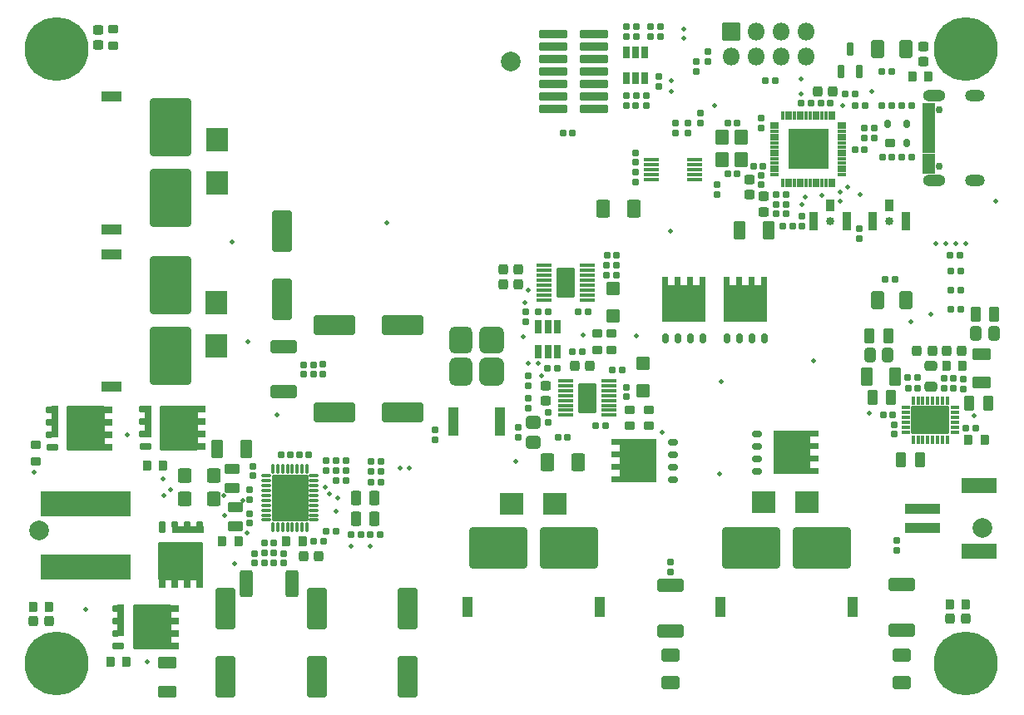
<source format=gbr>
%TF.GenerationSoftware,KiCad,Pcbnew,8.0.5*%
%TF.CreationDate,2024-12-17T17:43:05+01:00*%
%TF.ProjectId,ElonMux,456c6f6e-4d75-4782-9e6b-696361645f70,1.1*%
%TF.SameCoordinates,Original*%
%TF.FileFunction,Soldermask,Top*%
%TF.FilePolarity,Negative*%
%FSLAX46Y46*%
G04 Gerber Fmt 4.6, Leading zero omitted, Abs format (unit mm)*
G04 Created by KiCad (PCBNEW 8.0.5) date 2024-12-17 17:43:05*
%MOMM*%
%LPD*%
G01*
G04 APERTURE LIST*
G04 Aperture macros list*
%AMRoundRect*
0 Rectangle with rounded corners*
0 $1 Rounding radius*
0 $2 $3 $4 $5 $6 $7 $8 $9 X,Y pos of 4 corners*
0 Add a 4 corners polygon primitive as box body*
4,1,4,$2,$3,$4,$5,$6,$7,$8,$9,$2,$3,0*
0 Add four circle primitives for the rounded corners*
1,1,$1+$1,$2,$3*
1,1,$1+$1,$4,$5*
1,1,$1+$1,$6,$7*
1,1,$1+$1,$8,$9*
0 Add four rect primitives between the rounded corners*
20,1,$1+$1,$2,$3,$4,$5,0*
20,1,$1+$1,$4,$5,$6,$7,0*
20,1,$1+$1,$6,$7,$8,$9,0*
20,1,$1+$1,$8,$9,$2,$3,0*%
%AMFreePoly0*
4,1,17,2.675000,1.605000,1.875000,1.605000,1.875000,0.935000,2.675000,0.935000,2.675000,0.335000,1.875000,0.335000,1.875000,-0.335000,2.675000,-0.335000,2.675000,-0.935000,1.875000,-0.935000,1.875000,-1.605000,2.675000,-1.605000,2.675000,-2.205000,-1.875000,-2.205000,-1.875000,2.205000,2.675000,2.205000,2.675000,1.605000,2.675000,1.605000,$1*%
G04 Aperture macros list end*
%ADD10C,0.010000*%
%ADD11RoundRect,0.165000X0.165000X0.195000X-0.165000X0.195000X-0.165000X-0.195000X0.165000X-0.195000X0*%
%ADD12RoundRect,0.165000X-0.165000X-0.195000X0.165000X-0.195000X0.165000X0.195000X-0.165000X0.195000X0*%
%ADD13RoundRect,0.160000X-0.160000X-0.210000X0.160000X-0.210000X0.160000X0.210000X-0.160000X0.210000X0*%
%ADD14RoundRect,0.250000X-0.275000X0.250000X-0.275000X-0.250000X0.275000X-0.250000X0.275000X0.250000X0*%
%ADD15RoundRect,0.175000X0.175000X-0.537500X0.175000X0.537500X-0.175000X0.537500X-0.175000X-0.537500X0*%
%ADD16RoundRect,0.275000X0.275000X0.500000X-0.275000X0.500000X-0.275000X-0.500000X0.275000X-0.500000X0*%
%ADD17C,0.499800*%
%ADD18C,2.000000*%
%ADD19RoundRect,0.270409X0.392091X1.104591X-0.392091X1.104591X-0.392091X-1.104591X0.392091X-1.104591X0*%
%ADD20RoundRect,0.271739X0.678261X-0.353261X0.678261X0.353261X-0.678261X0.353261X-0.678261X-0.353261X0*%
%ADD21RoundRect,0.160000X-0.210000X0.160000X-0.210000X-0.160000X0.210000X-0.160000X0.210000X0.160000X0*%
%ADD22RoundRect,0.425000X2.550000X1.700000X-2.550000X1.700000X-2.550000X-1.700000X2.550000X-1.700000X0*%
%ADD23RoundRect,0.050000X0.450000X1.000000X-0.450000X1.000000X-0.450000X-1.000000X0.450000X-1.000000X0*%
%ADD24RoundRect,0.425000X1.700000X-2.550000X1.700000X2.550000X-1.700000X2.550000X-1.700000X-2.550000X0*%
%ADD25RoundRect,0.100000X0.950000X-0.400000X0.950000X0.400000X-0.950000X0.400000X-0.950000X-0.400000X0*%
%ADD26RoundRect,0.160000X0.160000X0.210000X-0.160000X0.210000X-0.160000X-0.210000X0.160000X-0.210000X0*%
%ADD27C,0.750000*%
%ADD28O,2.304000X1.204000*%
%ADD29O,2.004000X1.204000*%
%ADD30FreePoly0,90.000000*%
%ADD31RoundRect,0.150000X0.150000X-0.325000X0.150000X0.325000X-0.150000X0.325000X-0.150000X-0.325000X0*%
%ADD32RoundRect,0.172500X-0.172500X-0.197500X0.172500X-0.197500X0.172500X0.197500X-0.172500X0.197500X0*%
%ADD33RoundRect,0.225000X0.300000X-0.225000X0.300000X0.225000X-0.300000X0.225000X-0.300000X-0.225000X0*%
%ADD34RoundRect,0.269231X-0.430769X-0.655769X0.430769X-0.655769X0.430769X0.655769X-0.430769X0.655769X0*%
%ADD35RoundRect,0.250000X0.250000X0.275000X-0.250000X0.275000X-0.250000X-0.275000X0.250000X-0.275000X0*%
%ADD36RoundRect,0.165000X-0.195000X0.165000X-0.195000X-0.165000X0.195000X-0.165000X0.195000X0.165000X0*%
%ADD37RoundRect,0.087500X0.400000X0.087500X-0.400000X0.087500X-0.400000X-0.087500X0.400000X-0.087500X0*%
%ADD38RoundRect,0.087500X0.087500X0.400000X-0.087500X0.400000X-0.087500X-0.400000X0.087500X-0.400000X0*%
%ADD39RoundRect,0.050000X1.800000X2.300000X-1.800000X2.300000X-1.800000X-2.300000X1.800000X-2.300000X0*%
%ADD40RoundRect,0.050000X0.300000X0.625000X-0.300000X0.625000X-0.300000X-0.625000X0.300000X-0.625000X0*%
%ADD41RoundRect,0.263158X-1.861842X-0.736842X1.861842X-0.736842X1.861842X0.736842X-1.861842X0.736842X0*%
%ADD42RoundRect,0.225000X0.225000X0.300000X-0.225000X0.300000X-0.225000X-0.300000X0.225000X-0.300000X0*%
%ADD43RoundRect,0.050000X1.075000X1.100000X-1.075000X1.100000X-1.075000X-1.100000X1.075000X-1.100000X0*%
%ADD44RoundRect,0.270833X0.479167X-0.379167X0.479167X0.379167X-0.479167X0.379167X-0.479167X-0.379167X0*%
%ADD45C,0.900000*%
%ADD46C,6.500000*%
%ADD47RoundRect,0.050000X-0.700000X0.150000X-0.700000X-0.150000X0.700000X-0.150000X0.700000X0.150000X0*%
%ADD48RoundRect,0.100000X0.400000X0.950000X-0.400000X0.950000X-0.400000X-0.950000X0.400000X-0.950000X0*%
%ADD49RoundRect,0.050000X-1.100000X1.075000X-1.100000X-1.075000X1.100000X-1.075000X1.100000X1.075000X0*%
%ADD50RoundRect,0.160000X0.210000X-0.160000X0.210000X0.160000X-0.210000X0.160000X-0.210000X-0.160000X0*%
%ADD51C,0.850000*%
%ADD52RoundRect,0.050000X0.400000X0.850000X-0.400000X0.850000X-0.400000X-0.850000X0.400000X-0.850000X0*%
%ADD53RoundRect,0.050000X0.400000X0.550000X-0.400000X0.550000X-0.400000X-0.550000X0.400000X-0.550000X0*%
%ADD54RoundRect,0.275000X-0.500000X0.275000X-0.500000X-0.275000X0.500000X-0.275000X0.500000X0.275000X0*%
%ADD55RoundRect,0.102000X0.550000X-0.650000X0.550000X0.650000X-0.550000X0.650000X-0.550000X-0.650000X0*%
%ADD56RoundRect,0.050000X-4.500000X1.250000X-4.500000X-1.250000X4.500000X-1.250000X4.500000X1.250000X0*%
%ADD57RoundRect,0.271739X-0.678261X0.353261X-0.678261X-0.353261X0.678261X-0.353261X0.678261X0.353261X0*%
%ADD58RoundRect,0.274390X0.288110X0.475610X-0.288110X0.475610X-0.288110X-0.475610X0.288110X-0.475610X0*%
%ADD59RoundRect,0.268750X-0.268750X-0.481250X0.268750X-0.481250X0.268750X0.481250X-0.268750X0.481250X0*%
%ADD60RoundRect,0.050000X-0.250000X0.250000X-0.250000X-0.250000X0.250000X-0.250000X0.250000X0.250000X0*%
%ADD61RoundRect,0.050000X-0.300000X-1.600000X0.300000X-1.600000X0.300000X1.600000X-0.300000X1.600000X0*%
%ADD62RoundRect,0.050000X-0.550000X0.250000X-0.550000X-0.250000X0.550000X-0.250000X0.550000X0.250000X0*%
%ADD63RoundRect,0.050000X-0.400000X0.300000X-0.400000X-0.300000X0.400000X-0.300000X0.400000X0.300000X0*%
%ADD64RoundRect,0.050000X-1.875000X-2.205000X1.875000X-2.205000X1.875000X2.205000X-1.875000X2.205000X0*%
%ADD65RoundRect,0.275000X-0.275000X-0.500000X0.275000X-0.500000X0.275000X0.500000X-0.275000X0.500000X0*%
%ADD66RoundRect,0.250000X0.275000X-0.250000X0.275000X0.250000X-0.275000X0.250000X-0.275000X-0.250000X0*%
%ADD67RoundRect,0.225000X-0.225000X-0.300000X0.225000X-0.300000X0.225000X0.300000X-0.225000X0.300000X0*%
%ADD68RoundRect,0.050000X1.875000X-1.375000X1.875000X1.375000X-1.875000X1.375000X-1.875000X-1.375000X0*%
%ADD69RoundRect,0.050000X0.400000X-0.150000X0.400000X0.150000X-0.400000X0.150000X-0.400000X-0.150000X0*%
%ADD70RoundRect,0.050000X0.150000X0.400000X-0.150000X0.400000X-0.150000X-0.400000X0.150000X-0.400000X0*%
%ADD71RoundRect,0.250000X-0.250000X-0.275000X0.250000X-0.275000X0.250000X0.275000X-0.250000X0.275000X0*%
%ADD72RoundRect,0.200000X0.350000X-0.200000X0.350000X0.200000X-0.350000X0.200000X-0.350000X-0.200000X0*%
%ADD73RoundRect,0.175000X0.175000X-0.225000X0.175000X0.225000X-0.175000X0.225000X-0.175000X-0.225000X0*%
%ADD74RoundRect,0.269231X-0.430769X-0.480769X0.430769X-0.480769X0.430769X0.480769X-0.430769X0.480769X0*%
%ADD75RoundRect,0.165000X0.195000X-0.165000X0.195000X0.165000X-0.195000X0.165000X-0.195000X-0.165000X0*%
%ADD76FreePoly0,180.000000*%
%ADD77RoundRect,0.150000X0.325000X0.150000X-0.325000X0.150000X-0.325000X-0.150000X0.325000X-0.150000X0*%
%ADD78RoundRect,0.075000X0.075000X-0.375000X0.075000X0.375000X-0.075000X0.375000X-0.075000X-0.375000X0*%
%ADD79RoundRect,0.075000X0.375000X-0.075000X0.375000X0.075000X-0.375000X0.075000X-0.375000X-0.075000X0*%
%ADD80RoundRect,0.050000X2.000000X-2.000000X2.000000X2.000000X-2.000000X2.000000X-2.000000X-2.000000X0*%
%ADD81RoundRect,0.050000X1.100000X-1.075000X1.100000X1.075000X-1.100000X1.075000X-1.100000X-1.075000X0*%
%ADD82RoundRect,0.050000X-0.300000X-0.575000X0.300000X-0.575000X0.300000X0.575000X-0.300000X0.575000X0*%
%ADD83RoundRect,0.271739X0.353261X0.678261X-0.353261X0.678261X-0.353261X-0.678261X0.353261X-0.678261X0*%
%ADD84RoundRect,0.270000X0.405000X0.655000X-0.405000X0.655000X-0.405000X-0.655000X0.405000X-0.655000X0*%
%ADD85RoundRect,0.270000X0.655000X-0.405000X0.655000X0.405000X-0.655000X0.405000X-0.655000X-0.405000X0*%
%ADD86RoundRect,0.270409X-1.104591X0.392091X-1.104591X-0.392091X1.104591X-0.392091X1.104591X0.392091X0*%
%ADD87RoundRect,0.050000X-1.075000X-1.100000X1.075000X-1.100000X1.075000X1.100000X-1.075000X1.100000X0*%
%ADD88RoundRect,0.270409X1.104591X-0.392091X1.104591X0.392091X-1.104591X0.392091X-1.104591X-0.392091X0*%
%ADD89RoundRect,0.225000X-0.300000X0.225000X-0.300000X-0.225000X0.300000X-0.225000X0.300000X0.225000X0*%
%ADD90RoundRect,0.050000X1.752600X-0.495300X1.752600X0.495300X-1.752600X0.495300X-1.752600X-0.495300X0*%
%ADD91RoundRect,0.050000X1.701800X-0.749300X1.701800X0.749300X-1.701800X0.749300X-1.701800X-0.749300X0*%
%ADD92RoundRect,0.243750X0.406250X-0.243750X0.406250X0.243750X-0.406250X0.243750X-0.406250X-0.243750X0*%
%ADD93RoundRect,0.263158X0.736842X-1.861842X0.736842X1.861842X-0.736842X1.861842X-0.736842X-1.861842X0*%
%ADD94RoundRect,0.050000X-0.600000X0.600000X-0.600000X-0.600000X0.600000X-0.600000X0.600000X0.600000X0*%
%ADD95RoundRect,0.050000X-1.395000X0.370000X-1.395000X-0.370000X1.395000X-0.370000X1.395000X0.370000X0*%
%ADD96RoundRect,0.050000X1.000000X-0.450000X1.000000X0.450000X-1.000000X0.450000X-1.000000X-0.450000X0*%
%ADD97RoundRect,0.263158X-0.736842X1.861842X-0.736842X-1.861842X0.736842X-1.861842X0.736842X1.861842X0*%
%ADD98RoundRect,0.050000X0.712500X-0.150000X0.712500X0.150000X-0.712500X0.150000X-0.712500X-0.150000X0*%
%ADD99RoundRect,0.050000X-0.876500X-1.473500X0.876500X-1.473500X0.876500X1.473500X-0.876500X1.473500X0*%
%ADD100RoundRect,0.050000X0.250000X0.250000X-0.250000X0.250000X-0.250000X-0.250000X0.250000X-0.250000X0*%
%ADD101RoundRect,0.050000X-1.600000X0.300000X-1.600000X-0.300000X1.600000X-0.300000X1.600000X0.300000X0*%
%ADD102RoundRect,0.050000X0.250000X0.550000X-0.250000X0.550000X-0.250000X-0.550000X0.250000X-0.550000X0*%
%ADD103RoundRect,0.050000X0.300000X0.400000X-0.300000X0.400000X-0.300000X-0.400000X0.300000X-0.400000X0*%
%ADD104RoundRect,0.050000X-2.205000X1.875000X-2.205000X-1.875000X2.205000X-1.875000X2.205000X1.875000X0*%
%ADD105RoundRect,0.274390X-0.288110X-0.475610X0.288110X-0.475610X0.288110X0.475610X-0.288110X0.475610X0*%
%ADD106RoundRect,0.271739X-0.353261X-0.678261X0.353261X-0.678261X0.353261X0.678261X-0.353261X0.678261X0*%
%ADD107RoundRect,0.172500X0.197500X-0.172500X0.197500X0.172500X-0.197500X0.172500X-0.197500X-0.172500X0*%
%ADD108RoundRect,0.050000X0.850000X-0.850000X0.850000X0.850000X-0.850000X0.850000X-0.850000X-0.850000X0*%
%ADD109O,1.800000X1.800000*%
%ADD110RoundRect,0.050000X0.600000X-0.600000X0.600000X0.600000X-0.600000X0.600000X-0.600000X-0.600000X0*%
%ADD111RoundRect,0.275000X0.500000X-0.275000X0.500000X0.275000X-0.500000X0.275000X-0.500000X-0.275000X0*%
%ADD112FreePoly0,0.000000*%
%ADD113RoundRect,0.150000X-0.325000X-0.150000X0.325000X-0.150000X0.325000X0.150000X-0.325000X0.150000X0*%
%ADD114RoundRect,0.270000X-0.405000X-0.655000X0.405000X-0.655000X0.405000X0.655000X-0.405000X0.655000X0*%
%ADD115RoundRect,0.593750X0.593750X-0.831250X0.593750X0.831250X-0.593750X0.831250X-0.593750X-0.831250X0*%
%ADD116RoundRect,0.643750X0.643750X-0.781250X0.643750X0.781250X-0.643750X0.781250X-0.643750X-0.781250X0*%
%ADD117RoundRect,0.593750X0.593750X-0.781250X0.593750X0.781250X-0.593750X0.781250X-0.593750X-0.781250X0*%
%ADD118RoundRect,0.643750X0.643750X-0.731250X0.643750X0.731250X-0.643750X0.731250X-0.643750X-0.731250X0*%
%ADD119RoundRect,0.050000X0.500000X1.350000X-0.500000X1.350000X-0.500000X-1.350000X0.500000X-1.350000X0*%
G04 APERTURE END LIST*
D10*
%TO.C,J1002*%
X206620000Y-64700000D02*
X205370000Y-64700000D01*
X205370000Y-64000000D01*
X206620000Y-64000000D01*
X206620000Y-64700000D01*
G36*
X206620000Y-64700000D02*
G01*
X205370000Y-64700000D01*
X205370000Y-64000000D01*
X206620000Y-64000000D01*
X206620000Y-64700000D01*
G37*
X206620000Y-65500000D02*
X205370000Y-65500000D01*
X205370000Y-64800000D01*
X206620000Y-64800000D01*
X206620000Y-65500000D01*
G36*
X206620000Y-65500000D02*
G01*
X205370000Y-65500000D01*
X205370000Y-64800000D01*
X206620000Y-64800000D01*
X206620000Y-65500000D01*
G37*
X206620000Y-66000000D02*
X205370000Y-66000000D01*
X205370000Y-65600000D01*
X206620000Y-65600000D01*
X206620000Y-66000000D01*
G36*
X206620000Y-66000000D02*
G01*
X205370000Y-66000000D01*
X205370000Y-65600000D01*
X206620000Y-65600000D01*
X206620000Y-66000000D01*
G37*
X206620000Y-66500000D02*
X205370000Y-66500000D01*
X205370000Y-66100000D01*
X206620000Y-66100000D01*
X206620000Y-66500000D01*
G36*
X206620000Y-66500000D02*
G01*
X205370000Y-66500000D01*
X205370000Y-66100000D01*
X206620000Y-66100000D01*
X206620000Y-66500000D01*
G37*
X206620000Y-67000000D02*
X205370000Y-67000000D01*
X205370000Y-66600000D01*
X206620000Y-66600000D01*
X206620000Y-67000000D01*
G36*
X206620000Y-67000000D02*
G01*
X205370000Y-67000000D01*
X205370000Y-66600000D01*
X206620000Y-66600000D01*
X206620000Y-67000000D01*
G37*
X206620000Y-67500000D02*
X205370000Y-67500000D01*
X205370000Y-67100000D01*
X206620000Y-67100000D01*
X206620000Y-67500000D01*
G36*
X206620000Y-67500000D02*
G01*
X205370000Y-67500000D01*
X205370000Y-67100000D01*
X206620000Y-67100000D01*
X206620000Y-67500000D01*
G37*
X206620000Y-68000000D02*
X205370000Y-68000000D01*
X205370000Y-67600000D01*
X206620000Y-67600000D01*
X206620000Y-68000000D01*
G36*
X206620000Y-68000000D02*
G01*
X205370000Y-68000000D01*
X205370000Y-67600000D01*
X206620000Y-67600000D01*
X206620000Y-68000000D01*
G37*
X206620000Y-68500000D02*
X205370000Y-68500000D01*
X205370000Y-68100000D01*
X206620000Y-68100000D01*
X206620000Y-68500000D01*
G36*
X206620000Y-68500000D02*
G01*
X205370000Y-68500000D01*
X205370000Y-68100000D01*
X206620000Y-68100000D01*
X206620000Y-68500000D01*
G37*
X206620000Y-69000000D02*
X205370000Y-69000000D01*
X205370000Y-68600000D01*
X206620000Y-68600000D01*
X206620000Y-69000000D01*
G36*
X206620000Y-69000000D02*
G01*
X205370000Y-69000000D01*
X205370000Y-68600000D01*
X206620000Y-68600000D01*
X206620000Y-69000000D01*
G37*
X206620000Y-69500000D02*
X205370000Y-69500000D01*
X205370000Y-69100000D01*
X206620000Y-69100000D01*
X206620000Y-69500000D01*
G36*
X206620000Y-69500000D02*
G01*
X205370000Y-69500000D01*
X205370000Y-69100000D01*
X206620000Y-69100000D01*
X206620000Y-69500000D01*
G37*
X206620000Y-70300000D02*
X205370000Y-70300000D01*
X205370000Y-69600000D01*
X206620000Y-69600000D01*
X206620000Y-70300000D01*
G36*
X206620000Y-70300000D02*
G01*
X205370000Y-70300000D01*
X205370000Y-69600000D01*
X206620000Y-69600000D01*
X206620000Y-70300000D01*
G37*
X206620000Y-71100000D02*
X205370000Y-71100000D01*
X205370000Y-70400000D01*
X206620000Y-70400000D01*
X206620000Y-71100000D01*
G36*
X206620000Y-71100000D02*
G01*
X205370000Y-71100000D01*
X205370000Y-70400000D01*
X206620000Y-70400000D01*
X206620000Y-71100000D01*
G37*
%TD*%
D11*
%TO.C,C607*%
X207595000Y-92025000D03*
X208555000Y-92025000D03*
%TD*%
D12*
%TO.C,C602*%
X208555000Y-93050000D03*
X207595000Y-93050000D03*
%TD*%
D11*
%TO.C,C601*%
X203945000Y-93050000D03*
X204905000Y-93050000D03*
%TD*%
D13*
%TO.C,R1010*%
X203265000Y-64250000D03*
X204285000Y-64250000D03*
%TD*%
D14*
%TO.C,C809*%
X167025000Y-92725000D03*
X167025000Y-94275000D03*
%TD*%
D15*
%TO.C,Q1101*%
X197075000Y-60775000D03*
X198975000Y-60775000D03*
X198025000Y-58500000D03*
%TD*%
D16*
%TO.C,C614*%
X203250000Y-100250000D03*
X205150000Y-100250000D03*
%TD*%
D17*
%TO.C,TP403*%
X179800000Y-62800000D03*
%TD*%
D18*
%TO.C,FM1202*%
X163500000Y-59750000D03*
%TD*%
D19*
%TO.C,R701*%
X141212500Y-112900000D03*
X136587500Y-112900000D03*
%TD*%
D17*
%TO.C,TP1001*%
X212900707Y-74000707D03*
%TD*%
D12*
%TO.C,C409*%
X185595000Y-71200000D03*
X186555000Y-71200000D03*
%TD*%
D17*
%TO.C,TP716*%
X128900000Y-103325000D03*
%TD*%
D11*
%TO.C,C410*%
X186555000Y-66000000D03*
X185595000Y-66000000D03*
%TD*%
D13*
%TO.C,R819*%
X172115000Y-96800000D03*
X173135000Y-96800000D03*
%TD*%
D17*
%TO.C,TP402*%
X179800707Y-61699293D03*
%TD*%
D20*
%TO.C,C704*%
X128500000Y-123925000D03*
X128500000Y-120975000D03*
%TD*%
D21*
%TO.C,R402*%
X181525000Y-65990000D03*
X181525000Y-67010000D03*
%TD*%
D22*
%TO.C,J504*%
X187945000Y-109298957D03*
X195145000Y-109298957D03*
D23*
X198295000Y-115298957D03*
X184795000Y-115298957D03*
%TD*%
D24*
%TO.C,J503*%
X128850000Y-73650000D03*
X128850000Y-66450000D03*
D25*
X122850000Y-76800000D03*
X122850000Y-63300000D03*
%TD*%
D26*
%TO.C,R707*%
X143460000Y-91600000D03*
X142440000Y-91600000D03*
%TD*%
D17*
%TO.C,TP407*%
X197025000Y-73000000D03*
%TD*%
D27*
%TO.C,J1002*%
X207070000Y-70440000D03*
X207070000Y-64660000D03*
D28*
X206570000Y-71870000D03*
X206570000Y-63230000D03*
D29*
X210750000Y-71870000D03*
X210750000Y-63230000D03*
%TD*%
D30*
%TO.C,Q804*%
X187410000Y-84400000D03*
D31*
X185505000Y-87950000D03*
X186775000Y-87950000D03*
X188045000Y-87950000D03*
X189315000Y-87950000D03*
%TD*%
D32*
%TO.C,L402*%
X188190000Y-70400000D03*
X189160000Y-70400000D03*
%TD*%
D12*
%TO.C,C407*%
X198525000Y-68750000D03*
X199485000Y-68750000D03*
%TD*%
D18*
%TO.C,FM1203*%
X211500000Y-107250000D03*
%TD*%
D13*
%TO.C,R605*%
X208265000Y-85000000D03*
X209285000Y-85000000D03*
%TD*%
D17*
%TO.C,TP408*%
X197775707Y-72500707D03*
%TD*%
D33*
%TO.C,R1204*%
X123012500Y-58125000D03*
X123012500Y-56475000D03*
%TD*%
D17*
%TO.C,TP602*%
X199950000Y-95550000D03*
%TD*%
%TO.C,TP711*%
X145900000Y-104200000D03*
%TD*%
D34*
%TO.C,R805*%
X167225000Y-100550000D03*
X170325000Y-100550000D03*
%TD*%
D11*
%TO.C,C802*%
X174255000Y-79500000D03*
X173295000Y-79500000D03*
%TD*%
D18*
%TO.C,FM1201*%
X115500000Y-107500000D03*
%TD*%
D35*
%TO.C,C811*%
X164300000Y-82400000D03*
X162750000Y-82400000D03*
%TD*%
D21*
%TO.C,R817*%
X167275000Y-95490000D03*
X167275000Y-96510000D03*
%TD*%
D36*
%TO.C,C714*%
X137400000Y-109820000D03*
X137400000Y-110780000D03*
%TD*%
D37*
%TO.C,U701*%
X143462500Y-106425000D03*
X143462500Y-105925000D03*
X143462500Y-105425000D03*
X143462500Y-104925000D03*
X143462500Y-104425000D03*
X143462500Y-103925000D03*
X143462500Y-103425000D03*
X143462500Y-102925000D03*
X143462500Y-102425000D03*
X143462500Y-101925000D03*
D38*
X142775000Y-101237500D03*
X142275000Y-101237500D03*
X141775000Y-101237500D03*
X141275000Y-101237500D03*
X140775000Y-101237500D03*
X140275000Y-101237500D03*
X139775000Y-101237500D03*
X139275000Y-101237500D03*
D37*
X138587500Y-101925000D03*
X138587500Y-102425000D03*
X138587500Y-102925000D03*
X138587500Y-103425000D03*
X138587500Y-103925000D03*
X138587500Y-104425000D03*
X138587500Y-104925000D03*
X138587500Y-105425000D03*
X138587500Y-105925000D03*
X138587500Y-106425000D03*
D38*
X139275000Y-107112500D03*
X139775000Y-107112500D03*
X140275000Y-107112500D03*
X140775000Y-107112500D03*
X141275000Y-107112500D03*
X141775000Y-107112500D03*
X142275000Y-107112500D03*
X142775000Y-107112500D03*
D39*
X141025000Y-104175000D03*
%TD*%
D11*
%TO.C,C715*%
X141060000Y-99800000D03*
X140100000Y-99800000D03*
%TD*%
D17*
%TO.C,TP802*%
X166275000Y-90499000D03*
%TD*%
D21*
%TO.C,R1013*%
X183550000Y-58740000D03*
X183550000Y-59760000D03*
%TD*%
D17*
%TO.C,TP409*%
X152229561Y-101123540D03*
%TD*%
%TO.C,TP401*%
X181100000Y-56450000D03*
%TD*%
D21*
%TO.C,R718*%
X202750000Y-108540000D03*
X202750000Y-109560000D03*
%TD*%
D17*
%TO.C,TP710*%
X147250000Y-109100000D03*
%TD*%
%TO.C,TP420*%
X193499175Y-73503873D03*
%TD*%
D26*
%TO.C,R602*%
X202585000Y-81900000D03*
X201565000Y-81900000D03*
%TD*%
D40*
%TO.C,IC803*%
X166325000Y-89250000D03*
X167275000Y-89250000D03*
X168225000Y-89250000D03*
X168225000Y-86750000D03*
X167275000Y-86750000D03*
X166325000Y-86750000D03*
%TD*%
D21*
%TO.C,R1005*%
X176250000Y-56190000D03*
X176250000Y-57210000D03*
%TD*%
D41*
%TO.C,C708*%
X145525000Y-86600000D03*
X152475000Y-86600000D03*
%TD*%
D17*
%TO.C,TP605*%
X204200000Y-86250000D03*
%TD*%
%TO.C,TP705*%
X128150000Y-102226000D03*
%TD*%
%TO.C,TP707*%
X115025000Y-101550000D03*
%TD*%
D42*
%TO.C,R704*%
X128150000Y-100850000D03*
X126500000Y-100850000D03*
%TD*%
D43*
%TO.C,D502*%
X133500000Y-88700000D03*
X133500000Y-84300000D03*
%TD*%
D12*
%TO.C,C1002*%
X201315000Y-69500000D03*
X202275000Y-69500000D03*
%TD*%
D17*
%TO.C,TP604*%
X206275000Y-85450000D03*
%TD*%
D44*
%TO.C,R810*%
X165775000Y-98500000D03*
X165775000Y-96500000D03*
%TD*%
D17*
%TO.C,TP811*%
X150875000Y-76175000D03*
%TD*%
%TO.C,TP709*%
X124500000Y-97750000D03*
%TD*%
D26*
%TO.C,R708*%
X143460000Y-90600000D03*
X142440000Y-90600000D03*
%TD*%
D45*
%TO.C,H1203*%
X207427944Y-121052944D03*
X208130888Y-119355888D03*
X208130888Y-122750000D03*
X209827944Y-118652944D03*
D46*
X209827944Y-121052944D03*
D45*
X209827944Y-123452944D03*
X211525000Y-119355888D03*
X211525000Y-122750000D03*
X212227944Y-121052944D03*
%TD*%
D47*
%TO.C,U901*%
X182175000Y-71750000D03*
X182175000Y-71250000D03*
X182175000Y-70750000D03*
X182175000Y-70250000D03*
X182175000Y-69750000D03*
X177775000Y-69750000D03*
X177775000Y-70250000D03*
X177775000Y-70750000D03*
X177775000Y-71250000D03*
X177775000Y-71750000D03*
%TD*%
D33*
%TO.C,R801*%
X177525000Y-96825000D03*
X177525000Y-95175000D03*
%TD*%
D26*
%TO.C,R1003*%
X178750000Y-56200000D03*
X177730000Y-56200000D03*
%TD*%
D17*
%TO.C,TP807*%
X176299293Y-87650707D03*
%TD*%
D42*
%TO.C,R712*%
X142325000Y-108600000D03*
X140675000Y-108600000D03*
%TD*%
D12*
%TO.C,C807*%
X169795000Y-89250000D03*
X170755000Y-89250000D03*
%TD*%
D21*
%TO.C,R706*%
X138400000Y-109790000D03*
X138400000Y-110810000D03*
%TD*%
%TO.C,R401*%
X180275000Y-65990000D03*
X180275000Y-67010000D03*
%TD*%
D22*
%TO.C,J501*%
X169451394Y-109280000D03*
X162251394Y-109280000D03*
D48*
X172601394Y-115280000D03*
X159101394Y-115280000D03*
%TD*%
D49*
%TO.C,D504*%
X193675000Y-104600000D03*
X189275000Y-104600000D03*
%TD*%
D45*
%TO.C,H1202*%
X114862500Y-121000000D03*
X115565444Y-119302944D03*
X115565444Y-122697056D03*
X117262500Y-118600000D03*
D46*
X117262500Y-121000000D03*
D45*
X117262500Y-123400000D03*
X118959556Y-119302944D03*
X118959556Y-122697056D03*
X119662500Y-121000000D03*
%TD*%
D50*
%TO.C,R1007*%
X178550000Y-62260000D03*
X178550000Y-61240000D03*
%TD*%
D51*
%TO.C,S402*%
X202025000Y-76000000D03*
D52*
X200325000Y-76000000D03*
X203725000Y-76000000D03*
D53*
X202025000Y-74350000D03*
%TD*%
D54*
%TO.C,C720*%
X135450000Y-105150000D03*
X135450000Y-107050000D03*
%TD*%
D17*
%TO.C,TP412*%
X197275000Y-64250000D03*
%TD*%
D13*
%TO.C,R1009*%
X203265000Y-69500000D03*
X204285000Y-69500000D03*
%TD*%
D17*
%TO.C,TP706*%
X136650000Y-107750000D03*
%TD*%
D50*
%TO.C,R1001*%
X175250000Y-64260000D03*
X175250000Y-63240000D03*
%TD*%
D13*
%TO.C,R610*%
X210860000Y-97050000D03*
X209840000Y-97050000D03*
%TD*%
D55*
%TO.C,Y401*%
X186925000Y-69712500D03*
X186925000Y-67412500D03*
X185025000Y-67412500D03*
X185025000Y-69712500D03*
%TD*%
D56*
%TO.C,L701*%
X120200000Y-111200000D03*
X120200000Y-104800000D03*
%TD*%
D57*
%TO.C,C611*%
X211400000Y-92450000D03*
X211400000Y-89500000D03*
%TD*%
D30*
%TO.C,Q803*%
X181120000Y-84400000D03*
D31*
X179215000Y-87950000D03*
X180485000Y-87950000D03*
X181755000Y-87950000D03*
X183025000Y-87950000D03*
%TD*%
D50*
%TO.C,R406*%
X182775000Y-66010000D03*
X182775000Y-64990000D03*
%TD*%
D35*
%TO.C,C401*%
X196300000Y-62750000D03*
X194750000Y-62750000D03*
%TD*%
%TO.C,C1203*%
X209790000Y-116500000D03*
X208240000Y-116500000D03*
%TD*%
D11*
%TO.C,C709*%
X139380000Y-108800000D03*
X138420000Y-108800000D03*
%TD*%
D58*
%TO.C,FB602*%
X210837500Y-87450000D03*
X212662500Y-87450000D03*
%TD*%
D50*
%TO.C,R409*%
X199000000Y-77810000D03*
X199000000Y-76790000D03*
%TD*%
D42*
%TO.C,R709*%
X135800000Y-108600000D03*
X134150000Y-108600000D03*
%TD*%
D59*
%TO.C,LED702*%
X147737500Y-106275000D03*
X149612500Y-106275000D03*
%TD*%
D17*
%TO.C,TP803*%
X184925000Y-92350000D03*
%TD*%
D26*
%TO.C,R1008*%
X177260000Y-64250000D03*
X176240000Y-64250000D03*
%TD*%
D21*
%TO.C,R818*%
X165025000Y-85240000D03*
X165025000Y-86260000D03*
%TD*%
D17*
%TO.C,TP717*%
X149207500Y-109092500D03*
%TD*%
%TO.C,TP422*%
X184275000Y-64250000D03*
%TD*%
%TO.C,TP719*%
X135100000Y-78100000D03*
%TD*%
D42*
%TO.C,R1201*%
X206025000Y-61300000D03*
X204375000Y-61300000D03*
%TD*%
D60*
%TO.C,Q704*%
X116520000Y-95170000D03*
D61*
X117070000Y-96360000D03*
D60*
X116520000Y-96440000D03*
X116520000Y-97710000D03*
D62*
X116820000Y-98980000D03*
D63*
X122520000Y-95170000D03*
X122520000Y-96440000D03*
D64*
X120245000Y-97075000D03*
D63*
X122520000Y-97710000D03*
X122520000Y-98980000D03*
%TD*%
D65*
%TO.C,C612*%
X212075000Y-94550000D03*
X210175000Y-94550000D03*
%TD*%
D66*
%TO.C,C404*%
X189275000Y-75025000D03*
X189275000Y-73475000D03*
%TD*%
D17*
%TO.C,TP810*%
X164025000Y-100500000D03*
%TD*%
D26*
%TO.C,R722*%
X150310000Y-101450000D03*
X149290000Y-101450000D03*
%TD*%
D17*
%TO.C,TP808*%
X166621322Y-91752920D03*
%TD*%
D67*
%TO.C,R607*%
X209475000Y-90725000D03*
X207825000Y-90725000D03*
%TD*%
D50*
%TO.C,R403*%
X184525000Y-73260000D03*
X184525000Y-72240000D03*
%TD*%
D26*
%TO.C,R812*%
X167285000Y-85250000D03*
X166265000Y-85250000D03*
%TD*%
D14*
%TO.C,C411*%
X187775000Y-71725000D03*
X187775000Y-73275000D03*
%TD*%
D17*
%TO.C,TP813*%
X179775000Y-77000000D03*
%TD*%
%TO.C,TP405*%
X195186782Y-73341892D03*
%TD*%
%TO.C,TP703*%
X126500000Y-120900000D03*
%TD*%
%TO.C,TP801*%
X184775000Y-101750000D03*
%TD*%
D26*
%TO.C,R404*%
X194035000Y-64000000D03*
X193015000Y-64000000D03*
%TD*%
D17*
%TO.C,TP701*%
X139750000Y-95750000D03*
%TD*%
D68*
%TO.C,IC601*%
X206200000Y-96250000D03*
D69*
X203700000Y-97500000D03*
X203700000Y-97000000D03*
X203700000Y-96500000D03*
X203700000Y-96000000D03*
X203700000Y-95500000D03*
X203700000Y-95000000D03*
D70*
X204450000Y-94250000D03*
X204950000Y-94250000D03*
X205450000Y-94250000D03*
X205950000Y-94250000D03*
X206450000Y-94250000D03*
X206950000Y-94250000D03*
X207450000Y-94250000D03*
X207950000Y-94250000D03*
D69*
X208700000Y-95000000D03*
X208700000Y-95500000D03*
X208700000Y-96000000D03*
X208700000Y-96500000D03*
X208700000Y-97000000D03*
X208700000Y-97500000D03*
D70*
X207950000Y-98250000D03*
X207450000Y-98250000D03*
X206950000Y-98250000D03*
X206450000Y-98250000D03*
X205950000Y-98250000D03*
X205450000Y-98250000D03*
X204950000Y-98250000D03*
X204450000Y-98250000D03*
%TD*%
D71*
%TO.C,C808*%
X170000000Y-90750000D03*
X171550000Y-90750000D03*
%TD*%
D72*
%TO.C,D1002*%
X202075000Y-68050000D03*
D73*
X203775000Y-68050000D03*
X203775000Y-66050000D03*
X201875000Y-66050000D03*
%TD*%
D17*
%TO.C,TP421*%
X145050000Y-103800000D03*
%TD*%
D36*
%TO.C,C412*%
X189025000Y-71320000D03*
X189025000Y-72280000D03*
%TD*%
D74*
%TO.C,D701*%
X130350000Y-104250000D03*
X133250000Y-104250000D03*
%TD*%
D13*
%TO.C,R604*%
X208265000Y-83050000D03*
X209285000Y-83050000D03*
%TD*%
%TO.C,R711*%
X145690000Y-100400000D03*
X146710000Y-100400000D03*
%TD*%
D34*
%TO.C,R806*%
X172925000Y-74750000D03*
X176025000Y-74750000D03*
%TD*%
D75*
%TO.C,C405*%
X190505000Y-75230000D03*
X190505000Y-74270000D03*
%TD*%
D36*
%TO.C,C713*%
X140400000Y-109820000D03*
X140400000Y-110780000D03*
%TD*%
D21*
%TO.C,R1004*%
X175250000Y-56190000D03*
X175250000Y-57210000D03*
%TD*%
D33*
%TO.C,R807*%
X172275000Y-89075000D03*
X172275000Y-87425000D03*
%TD*%
D13*
%TO.C,R717*%
X145690000Y-101400000D03*
X146710000Y-101400000D03*
%TD*%
D50*
%TO.C,R713*%
X144700000Y-101360000D03*
X144700000Y-100340000D03*
%TD*%
D66*
%TO.C,C1204*%
X121512500Y-58075000D03*
X121512500Y-56525000D03*
%TD*%
D76*
%TO.C,Q801*%
X176425000Y-100405000D03*
D77*
X179975000Y-102310000D03*
X179975000Y-101040000D03*
X179975000Y-99770000D03*
X179975000Y-98500000D03*
%TD*%
D36*
%TO.C,C711*%
X137225000Y-100970000D03*
X137225000Y-101930000D03*
%TD*%
%TO.C,C803*%
X175237000Y-92920000D03*
X175237000Y-93880000D03*
%TD*%
D13*
%TO.C,R1011*%
X199515000Y-67550000D03*
X200535000Y-67550000D03*
%TD*%
D50*
%TO.C,R816*%
X165275000Y-92760000D03*
X165275000Y-91740000D03*
%TD*%
D67*
%TO.C,R608*%
X211725000Y-98300000D03*
X210075000Y-98300000D03*
%TD*%
D13*
%TO.C,R1102*%
X197515000Y-63000000D03*
X198535000Y-63000000D03*
%TD*%
D33*
%TO.C,R804*%
X175625000Y-96825000D03*
X175625000Y-95175000D03*
%TD*%
D21*
%TO.C,R802*%
X179775000Y-110680000D03*
X179775000Y-111700000D03*
%TD*%
D17*
%TO.C,TP712*%
X144650000Y-103100000D03*
%TD*%
D13*
%TO.C,R715*%
X144690000Y-107600000D03*
X145710000Y-107600000D03*
%TD*%
D26*
%TO.C,R721*%
X148250000Y-107950000D03*
X147230000Y-107950000D03*
%TD*%
D75*
%TO.C,C413*%
X193125000Y-76480000D03*
X193125000Y-75520000D03*
%TD*%
D78*
%TO.C,U401*%
X191175000Y-72100000D03*
X191575000Y-72100000D03*
X191975000Y-72100000D03*
X192375000Y-72100000D03*
X192775000Y-72100000D03*
X193175000Y-72100000D03*
X193575000Y-72100000D03*
X193975000Y-72100000D03*
X194375000Y-72100000D03*
X194775000Y-72100000D03*
X195175000Y-72100000D03*
X195575000Y-72100000D03*
X195975000Y-72100000D03*
X196375000Y-72100000D03*
D79*
X197225000Y-71250000D03*
X197225000Y-70850000D03*
X197225000Y-70450000D03*
X197225000Y-70050000D03*
X197225000Y-69650000D03*
X197225000Y-69250000D03*
X197225000Y-68850000D03*
X197225000Y-68450000D03*
X197225000Y-68050000D03*
X197225000Y-67650000D03*
X197225000Y-67250000D03*
X197225000Y-66850000D03*
X197225000Y-66450000D03*
X197225000Y-66050000D03*
D78*
X196375000Y-65200000D03*
X195975000Y-65200000D03*
X195575000Y-65200000D03*
X195175000Y-65200000D03*
X194775000Y-65200000D03*
X194375000Y-65200000D03*
X193975000Y-65200000D03*
X193575000Y-65200000D03*
X193175000Y-65200000D03*
X192775000Y-65200000D03*
X192375000Y-65200000D03*
X191975000Y-65200000D03*
X191575000Y-65200000D03*
X191175000Y-65200000D03*
D79*
X190325000Y-66050000D03*
X190325000Y-66450000D03*
X190325000Y-66850000D03*
X190325000Y-67250000D03*
X190325000Y-67650000D03*
X190325000Y-68050000D03*
X190325000Y-68450000D03*
X190325000Y-68850000D03*
X190325000Y-69250000D03*
X190325000Y-69650000D03*
X190325000Y-70050000D03*
X190325000Y-70450000D03*
X190325000Y-70850000D03*
X190325000Y-71250000D03*
D80*
X193775000Y-68650000D03*
%TD*%
D17*
%TO.C,TP413*%
X208775000Y-78250000D03*
%TD*%
D12*
%TO.C,C716*%
X142000000Y-99800000D03*
X142960000Y-99800000D03*
%TD*%
D17*
%TO.C,TP713*%
X134250000Y-103950000D03*
%TD*%
D13*
%TO.C,R719*%
X149290000Y-102600000D03*
X150310000Y-102600000D03*
%TD*%
D81*
%TO.C,D501*%
X163600000Y-104800000D03*
X168000000Y-104800000D03*
%TD*%
D71*
%TO.C,C608*%
X206400000Y-89200000D03*
X204850000Y-89200000D03*
%TD*%
D82*
%TO.C,D1001*%
X177150000Y-58800000D03*
X176200000Y-58800000D03*
X175250000Y-58800000D03*
X175250000Y-61400000D03*
X176200000Y-61400000D03*
X177150000Y-61400000D03*
%TD*%
D11*
%TO.C,C406*%
X191485000Y-73250000D03*
X190525000Y-73250000D03*
%TD*%
D83*
%TO.C,C403*%
X189775000Y-76900000D03*
X186825000Y-76900000D03*
%TD*%
D17*
%TO.C,TP416*%
X209775000Y-78250000D03*
%TD*%
D13*
%TO.C,R1101*%
X201265000Y-60750000D03*
X202285000Y-60750000D03*
%TD*%
D42*
%TO.C,R1203*%
X209850000Y-115000000D03*
X208200000Y-115000000D03*
%TD*%
D84*
%TO.C,LED601*%
X203675000Y-84000000D03*
X200875000Y-84000000D03*
%TD*%
D26*
%TO.C,R601*%
X204935000Y-91900000D03*
X203915000Y-91900000D03*
%TD*%
D85*
%TO.C,LED801*%
X179775000Y-123000000D03*
X179775000Y-120200000D03*
%TD*%
D86*
%TO.C,R808*%
X203275000Y-112987500D03*
X203275000Y-117612500D03*
%TD*%
D11*
%TO.C,C402*%
X196005000Y-64000000D03*
X195045000Y-64000000D03*
%TD*%
D36*
%TO.C,C805*%
X155775000Y-97270000D03*
X155775000Y-98230000D03*
%TD*%
D17*
%TO.C,TP718*%
X128225000Y-103925000D03*
%TD*%
D87*
%TO.C,D503*%
X133600000Y-67700000D03*
X133600000Y-72100000D03*
%TD*%
D12*
%TO.C,C718*%
X143470000Y-108600000D03*
X144430000Y-108600000D03*
%TD*%
D36*
%TO.C,C613*%
X202550000Y-97680000D03*
X202550000Y-96720000D03*
%TD*%
D42*
%TO.C,R703*%
X124425000Y-120900000D03*
X122775000Y-120900000D03*
%TD*%
D45*
%TO.C,H1201*%
X207427944Y-58447056D03*
X208130888Y-56750000D03*
X208130888Y-60144112D03*
X209827944Y-56047056D03*
D46*
X209827944Y-58447056D03*
D45*
X209827944Y-60847056D03*
X211525000Y-56750000D03*
X211525000Y-60144112D03*
X212227944Y-58447056D03*
%TD*%
D75*
%TO.C,C712*%
X144400000Y-91550000D03*
X144400000Y-90590000D03*
%TD*%
D88*
%TO.C,R702*%
X140400000Y-93362500D03*
X140400000Y-88737500D03*
%TD*%
D11*
%TO.C,C606*%
X201420000Y-95750000D03*
X202380000Y-95750000D03*
%TD*%
D89*
%TO.C,R809*%
X173775000Y-87425000D03*
X173775000Y-89075000D03*
%TD*%
D90*
%TO.C,J701*%
X205444700Y-107250001D03*
X205444700Y-105249999D03*
D91*
X211194701Y-109600001D03*
X211194701Y-102899999D03*
%TD*%
D11*
%TO.C,C801*%
X169255000Y-98000000D03*
X168295000Y-98000000D03*
%TD*%
D16*
%TO.C,C610*%
X210800000Y-85500000D03*
X212700000Y-85500000D03*
%TD*%
D17*
%TO.C,TP714*%
X136200000Y-104400000D03*
%TD*%
%TO.C,TP406*%
X197025000Y-74000000D03*
%TD*%
D42*
%TO.C,R1202*%
X116525000Y-115250000D03*
X114875000Y-115250000D03*
%TD*%
D75*
%TO.C,C408*%
X189025000Y-66480000D03*
X189025000Y-65520000D03*
%TD*%
D17*
%TO.C,TP812*%
X170875000Y-87600000D03*
%TD*%
D92*
%TO.C,L601*%
X206250000Y-92812500D03*
X206250000Y-90687500D03*
%TD*%
D35*
%TO.C,C609*%
X207875000Y-89200000D03*
X209425000Y-89200000D03*
%TD*%
D85*
%TO.C,LED802*%
X203275000Y-123000000D03*
X203275000Y-120200000D03*
%TD*%
D17*
%TO.C,TP809*%
X165269862Y-82987702D03*
%TD*%
D93*
%TO.C,C707*%
X140200000Y-83975000D03*
X140200000Y-77025000D03*
%TD*%
D94*
%TO.C,D803*%
X173900000Y-82850000D03*
X173900000Y-85650000D03*
%TD*%
D95*
%TO.C,J1001*%
X167855000Y-56940000D03*
X171925000Y-56940000D03*
X167855000Y-58210000D03*
X171925000Y-58210000D03*
X167855000Y-59480000D03*
X171925000Y-59480000D03*
X167855000Y-60750000D03*
X171925000Y-60750000D03*
X167855000Y-62020000D03*
X171925000Y-62020000D03*
X167855000Y-63290000D03*
X171925000Y-63290000D03*
X167855000Y-64560000D03*
X171925000Y-64560000D03*
%TD*%
D17*
%TO.C,TP423*%
X199050000Y-73250000D03*
%TD*%
D24*
%TO.C,J502*%
X128850000Y-82500000D03*
X128850000Y-89700000D03*
D96*
X122850000Y-92850000D03*
X122850000Y-79350000D03*
%TD*%
D51*
%TO.C,S401*%
X196025000Y-76000000D03*
D52*
X194325000Y-76000000D03*
X197725000Y-76000000D03*
D53*
X196025000Y-74350000D03*
%TD*%
D12*
%TO.C,C804*%
X173275000Y-81500000D03*
X174235000Y-81500000D03*
%TD*%
D17*
%TO.C,TP418*%
X193025000Y-63000000D03*
%TD*%
%TO.C,TP417*%
X193015000Y-61499000D03*
%TD*%
D21*
%TO.C,R705*%
X139400000Y-109800000D03*
X139400000Y-110820000D03*
%TD*%
D26*
%TO.C,R1014*%
X190410000Y-61700000D03*
X189390000Y-61700000D03*
%TD*%
D97*
%TO.C,C701*%
X153000000Y-115475000D03*
X153000000Y-122425000D03*
%TD*%
D13*
%TO.C,R720*%
X149230000Y-107950000D03*
X150250000Y-107950000D03*
%TD*%
D17*
%TO.C,TP419*%
X193094792Y-74257270D03*
%TD*%
D98*
%TO.C,IC802*%
X166851000Y-80500000D03*
X166851000Y-81000000D03*
X166851000Y-81500000D03*
X166851000Y-82000000D03*
X166851000Y-82500000D03*
X166851000Y-83000000D03*
X166851000Y-83500000D03*
X166851000Y-84000000D03*
X171275000Y-84000000D03*
X171275000Y-83500000D03*
X171275000Y-83000000D03*
X171275000Y-82500000D03*
X171275000Y-82000000D03*
X171275000Y-81500000D03*
X171275000Y-81000000D03*
X171275000Y-80500000D03*
D99*
X169063000Y-82250000D03*
%TD*%
D17*
%TO.C,TP804*%
X164965401Y-84308599D03*
%TD*%
D60*
%TO.C,Q701*%
X123270000Y-115420000D03*
D61*
X123820000Y-116610000D03*
D60*
X123270000Y-116690000D03*
X123270000Y-117960000D03*
D62*
X123570000Y-119230000D03*
D63*
X129270000Y-115420000D03*
X129270000Y-116690000D03*
D64*
X126995000Y-117325000D03*
D63*
X129270000Y-117960000D03*
X129270000Y-119230000D03*
%TD*%
D60*
%TO.C,Q702*%
X126027000Y-95165000D03*
D61*
X126577000Y-96355000D03*
D60*
X126027000Y-96435000D03*
X126027000Y-97705000D03*
D62*
X126327000Y-98975000D03*
D63*
X132027000Y-95165000D03*
X132027000Y-96435000D03*
D64*
X129752000Y-97070000D03*
D63*
X132027000Y-97705000D03*
X132027000Y-98975000D03*
%TD*%
D100*
%TO.C,Q703*%
X131822500Y-106877000D03*
D101*
X130632500Y-107427000D03*
D100*
X130552500Y-106877000D03*
X129282500Y-106877000D03*
D102*
X128012500Y-107177000D03*
D103*
X131822500Y-112877000D03*
X130552500Y-112877000D03*
D104*
X129917500Y-110602000D03*
D103*
X129282500Y-112877000D03*
X128012500Y-112877000D03*
%TD*%
D21*
%TO.C,R405*%
X182400000Y-59740000D03*
X182400000Y-60760000D03*
%TD*%
D17*
%TO.C,TP702*%
X136750000Y-88250000D03*
%TD*%
%TO.C,TP415*%
X206775000Y-78250000D03*
%TD*%
D105*
%TO.C,FB601*%
X200062500Y-89650000D03*
X201887500Y-89650000D03*
%TD*%
D13*
%TO.C,R603*%
X208265000Y-81100000D03*
X209285000Y-81100000D03*
%TD*%
D17*
%TO.C,TP411*%
X145741685Y-105525000D03*
%TD*%
D26*
%TO.C,R1006*%
X178750000Y-57200000D03*
X177730000Y-57200000D03*
%TD*%
D17*
%TO.C,TP404*%
X181100000Y-57350000D03*
%TD*%
D106*
%TO.C,C604*%
X199700000Y-91800000D03*
X202650000Y-91800000D03*
%TD*%
D17*
%TO.C,TP410*%
X153141442Y-101135024D03*
%TD*%
D26*
%TO.C,R1002*%
X177310000Y-63200000D03*
X176290000Y-63200000D03*
%TD*%
D75*
%TO.C,C901*%
X176225000Y-71980000D03*
X176225000Y-71020000D03*
%TD*%
D33*
%TO.C,R710*%
X115150000Y-100425000D03*
X115150000Y-98775000D03*
%TD*%
D107*
%TO.C,L401*%
X191505000Y-75250000D03*
X191505000Y-74280000D03*
%TD*%
D97*
%TO.C,C702*%
X143750000Y-115475000D03*
X143750000Y-122425000D03*
%TD*%
D98*
%TO.C,IC801*%
X169063000Y-92250000D03*
X169063000Y-92750000D03*
X169063000Y-93250000D03*
X169063000Y-93750000D03*
X169063000Y-94250000D03*
X169063000Y-94750000D03*
X169063000Y-95250000D03*
X169063000Y-95750000D03*
X173487000Y-95750000D03*
X173487000Y-95250000D03*
X173487000Y-94750000D03*
X173487000Y-94250000D03*
X173487000Y-93750000D03*
X173487000Y-93250000D03*
X173487000Y-92750000D03*
X173487000Y-92250000D03*
D99*
X171275000Y-94000000D03*
%TD*%
D17*
%TO.C,TP1002*%
X200275000Y-62750000D03*
%TD*%
D86*
%TO.C,R803*%
X179775000Y-113087500D03*
X179775000Y-117712500D03*
%TD*%
D97*
%TO.C,C703*%
X134450000Y-115475000D03*
X134450000Y-122425000D03*
%TD*%
D13*
%TO.C,R606*%
X208215000Y-79450000D03*
X209235000Y-79450000D03*
%TD*%
%TO.C,R1103*%
X198515000Y-64250000D03*
X199535000Y-64250000D03*
%TD*%
D17*
%TO.C,TP806*%
X165275707Y-90499293D03*
%TD*%
%TO.C,TP715*%
X134350000Y-106000000D03*
%TD*%
%TO.C,TP814*%
X170875000Y-87600000D03*
%TD*%
D13*
%TO.C,R814*%
X173265000Y-80500000D03*
X174285000Y-80500000D03*
%TD*%
D66*
%TO.C,C1201*%
X205525000Y-59775000D03*
X205525000Y-58225000D03*
%TD*%
D50*
%TO.C,R609*%
X209575000Y-92040000D03*
X209575000Y-93060000D03*
%TD*%
D11*
%TO.C,C1001*%
X169755000Y-67000000D03*
X168795000Y-67000000D03*
%TD*%
D50*
%TO.C,R815*%
X165275000Y-95010000D03*
X165275000Y-93990000D03*
%TD*%
D26*
%TO.C,R820*%
X171385000Y-85250000D03*
X170365000Y-85250000D03*
%TD*%
D108*
%TO.C,J1003*%
X185905000Y-56710000D03*
D109*
X185905000Y-59250000D03*
X188445000Y-56710000D03*
X188445000Y-59250000D03*
X190985000Y-56710000D03*
X190985000Y-59250000D03*
X193525000Y-56710000D03*
X193525000Y-59250000D03*
%TD*%
D12*
%TO.C,C1003*%
X201295000Y-64250000D03*
X202255000Y-64250000D03*
%TD*%
D17*
%TO.C,TP815*%
X164773000Y-87750000D03*
%TD*%
D26*
%TO.C,R813*%
X174860000Y-91150000D03*
X173840000Y-91150000D03*
%TD*%
D35*
%TO.C,C810*%
X164300000Y-80900000D03*
X162750000Y-80900000D03*
%TD*%
D110*
%TO.C,D802*%
X176975000Y-93250000D03*
X176975000Y-90450000D03*
%TD*%
D74*
%TO.C,D702*%
X130350000Y-101900000D03*
X133250000Y-101900000D03*
%TD*%
D75*
%TO.C,C806*%
X164275000Y-97980000D03*
X164275000Y-97020000D03*
%TD*%
%TO.C,C710*%
X136925000Y-106730000D03*
X136925000Y-105770000D03*
%TD*%
D17*
%TO.C,TP805*%
X178874293Y-97499293D03*
%TD*%
D65*
%TO.C,C605*%
X202200000Y-93950000D03*
X200300000Y-93950000D03*
%TD*%
D17*
%TO.C,TP708*%
X120250000Y-115500000D03*
%TD*%
D26*
%TO.C,R407*%
X150310000Y-100450000D03*
X149290000Y-100450000D03*
%TD*%
%TO.C,R811*%
X168275000Y-91000000D03*
X167255000Y-91000000D03*
%TD*%
D17*
%TO.C,TP414*%
X207775000Y-78250000D03*
%TD*%
D59*
%TO.C,LED701*%
X147712500Y-104200000D03*
X149587500Y-104200000D03*
%TD*%
D71*
%TO.C,C717*%
X142425000Y-110150000D03*
X143975000Y-110150000D03*
%TD*%
D36*
%TO.C,C902*%
X176225000Y-69040000D03*
X176225000Y-70000000D03*
%TD*%
D50*
%TO.C,R714*%
X136900000Y-104360000D03*
X136900000Y-103340000D03*
%TD*%
D35*
%TO.C,C1202*%
X116475000Y-116750000D03*
X114925000Y-116750000D03*
%TD*%
D83*
%TO.C,C705*%
X136600000Y-99150000D03*
X133650000Y-99150000D03*
%TD*%
D111*
%TO.C,C719*%
X135150000Y-103150000D03*
X135150000Y-101250000D03*
%TD*%
D65*
%TO.C,C603*%
X200025000Y-87700000D03*
X201925000Y-87700000D03*
%TD*%
D112*
%TO.C,Q802*%
X192125000Y-99550000D03*
D113*
X188575000Y-97645000D03*
X188575000Y-98915000D03*
X188575000Y-100185000D03*
X188575000Y-101455000D03*
%TD*%
D41*
%TO.C,C706*%
X145550000Y-95500000D03*
X152500000Y-95500000D03*
%TD*%
D114*
%TO.C,LED1101*%
X200875000Y-58500000D03*
X203675000Y-58500000D03*
%TD*%
D17*
%TO.C,TP704*%
X135350000Y-110900000D03*
%TD*%
D13*
%TO.C,R1012*%
X199515000Y-66550000D03*
X200535000Y-66550000D03*
%TD*%
D17*
%TO.C,TP601*%
X194278632Y-90248575D03*
%TD*%
D13*
%TO.C,R716*%
X145690000Y-102450000D03*
X146710000Y-102450000D03*
%TD*%
%TO.C,R408*%
X191190000Y-76500000D03*
X192210000Y-76500000D03*
%TD*%
D115*
%TO.C,D801*%
X158437500Y-91275000D03*
D116*
X161512500Y-91275000D03*
D117*
X158437500Y-88075000D03*
D118*
X161512500Y-88075000D03*
D119*
X157675000Y-96400000D03*
X162375000Y-96400000D03*
%TD*%
D45*
%TO.C,H1204*%
X114847056Y-58497056D03*
X115550000Y-56800000D03*
X115550000Y-60194112D03*
X117247056Y-56097056D03*
D46*
X117247056Y-58497056D03*
D45*
X117247056Y-60897056D03*
X118944112Y-56800000D03*
X118944112Y-60194112D03*
X119647056Y-58497056D03*
%TD*%
D17*
%TO.C,TP603*%
X210675000Y-95800000D03*
%TD*%
M02*

</source>
